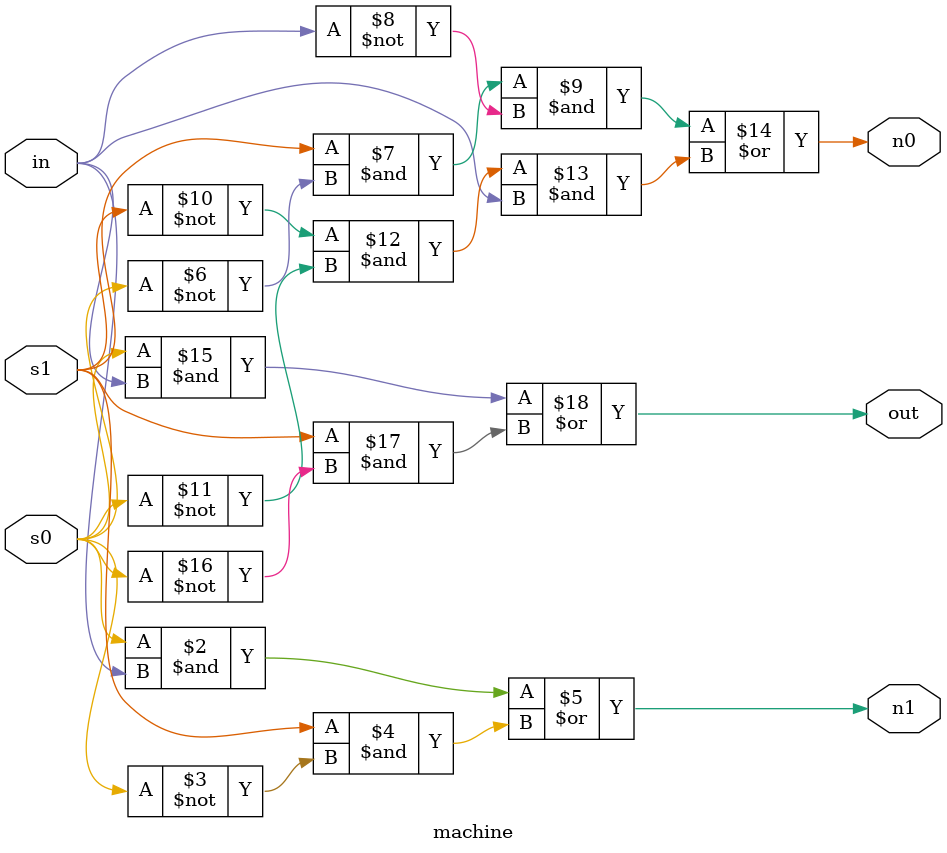
<source format=v>
 module machine (input s1, s0, in, output reg n1, n0, out);

    always @ *
    begin
        n1 = (s0&in) | (s1&~s0);
        n0 = (s1&~s0&~in) | (~s1&~s0&in);
        out = (s0&in) | (s1&~s0);
    end

 endmodule
</source>
